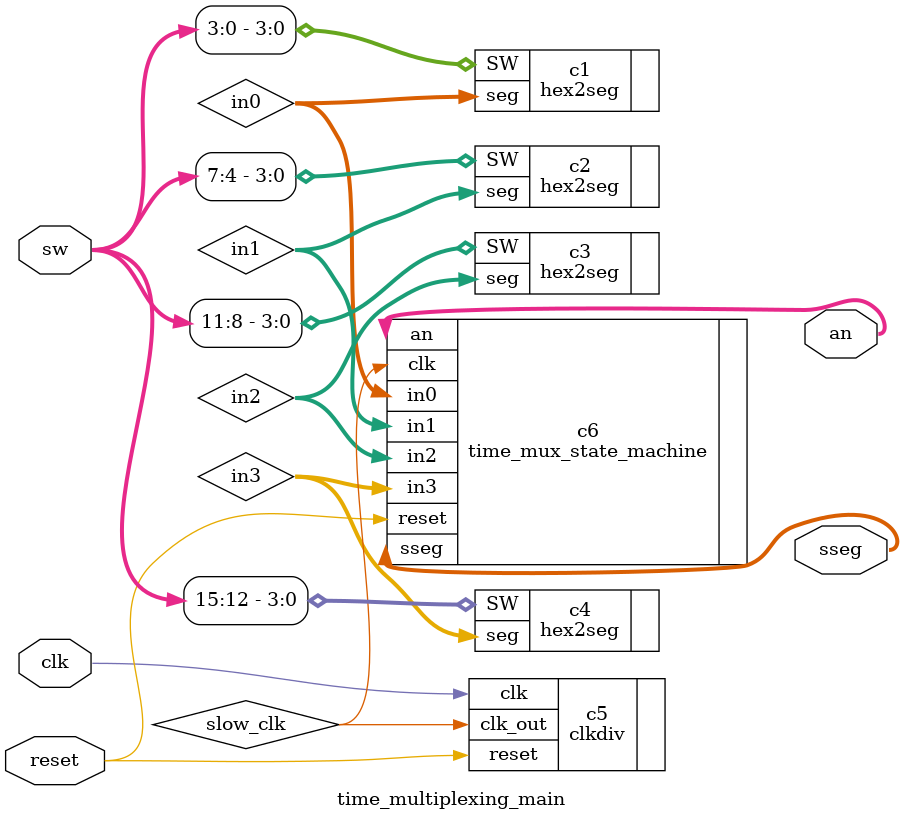
<source format=v>
`timescale 1ns / 1ps

module time_multiplexing_main(
    input clk,
    input reset,
    input [15:0] sw,
    output [3:0] an,
    output [6:0] sseg
    );
    
    wire [6:0] in0, in1, in2, in3;
    wire slow_clk;
    
    //Module instantiation of hexto7segment decoder
    hex2seg c1 (.SW(sw[3:0]), .seg(in0));
    hex2seg c2 (.SW(sw[7:4]), .seg(in1));
    hex2seg c3 (.SW(sw[11:8]), .seg(in2));
    hex2seg c4 (.SW(sw[15:12]), .seg(in3));
    
    //Module instation of the clock divider
    clkdiv c5 (.clk(clk), .reset(reset), .clk_out(slow_clk));
    
    //Module instantiation of the mux
    time_mux_state_machine c6(
        .clk(slow_clk),
        .reset(reset),
        .in0(in0),
        .in1(in1),
        .in2(in2),
        .in3(in3),
        .an(an),
        .sseg(sseg));
    
endmodule

</source>
